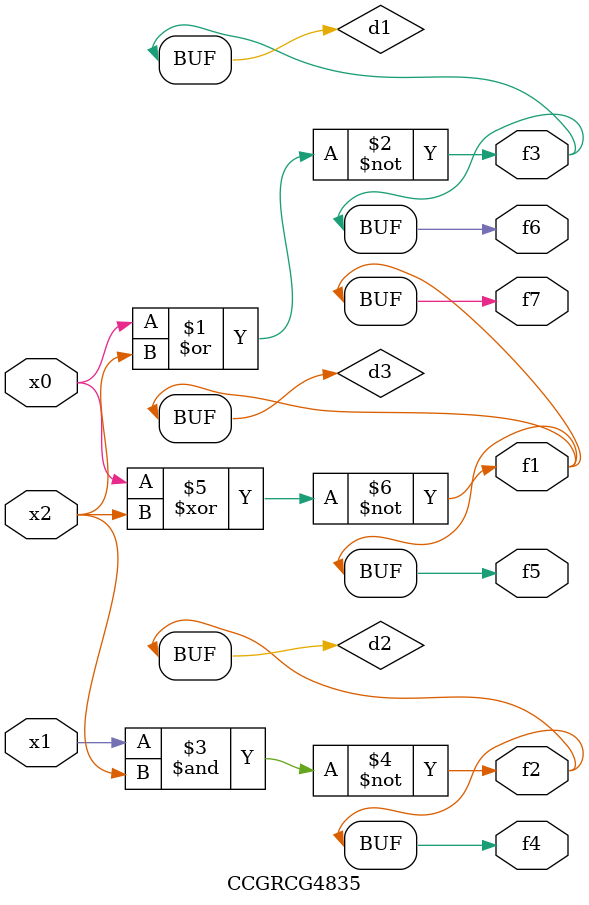
<source format=v>
module CCGRCG4835(
	input x0, x1, x2,
	output f1, f2, f3, f4, f5, f6, f7
);

	wire d1, d2, d3;

	nor (d1, x0, x2);
	nand (d2, x1, x2);
	xnor (d3, x0, x2);
	assign f1 = d3;
	assign f2 = d2;
	assign f3 = d1;
	assign f4 = d2;
	assign f5 = d3;
	assign f6 = d1;
	assign f7 = d3;
endmodule

</source>
